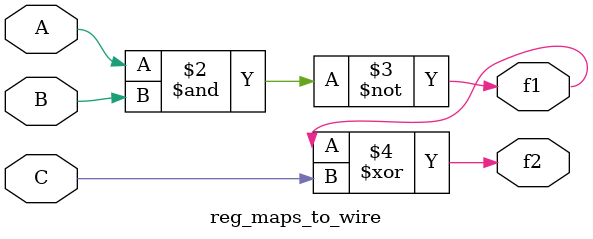
<source format=v>
module reg_maps_to_wire(A,B,C,f1,f2);
   input A, B, C;
   output f1, f2;
   wire A,B,C;
   reg f1,f2;
   always @(A or B or C)
   begin
     f1=~(A&B);
     f2=f1^C;
   end
endmodule
</source>
